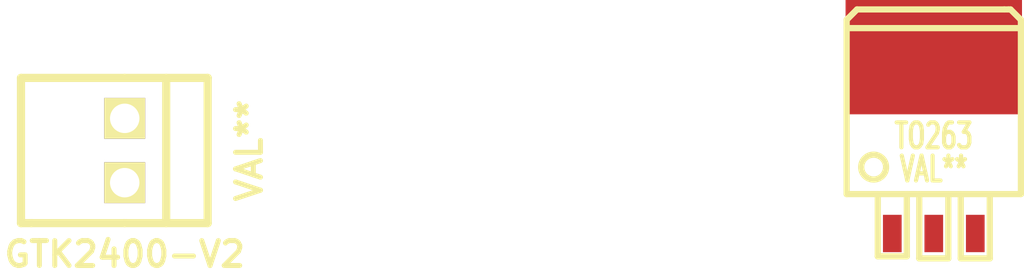
<source format=kicad_pcb>
(kicad_pcb (version 3) (host pcbnew "(2013-07-07 BZR 4022)-stable")

  (general
    (links 0)
    (no_connects 0)
    (area 0 0 0 0)
    (thickness 1.6)
    (drawings 0)
    (tracks 0)
    (zones 0)
    (modules 2)
    (nets 1)
  )

  (page A3)
  (layers
    (15 F.Cu signal)
    (0 B.Cu signal)
    (16 B.Adhes user)
    (17 F.Adhes user)
    (18 B.Paste user)
    (19 F.Paste user)
    (20 B.SilkS user)
    (21 F.SilkS user)
    (22 B.Mask user)
    (23 F.Mask user)
    (24 Dwgs.User user)
    (25 Cmts.User user)
    (26 Eco1.User user)
    (27 Eco2.User user)
    (28 Edge.Cuts user)
  )

  (setup
    (last_trace_width 0.254)
    (trace_clearance 0.254)
    (zone_clearance 0.508)
    (zone_45_only no)
    (trace_min 0.254)
    (segment_width 0.2)
    (edge_width 0.15)
    (via_size 0.889)
    (via_drill 0.635)
    (via_min_size 0.889)
    (via_min_drill 0.508)
    (uvia_size 0.508)
    (uvia_drill 0.127)
    (uvias_allowed no)
    (uvia_min_size 0.508)
    (uvia_min_drill 0.127)
    (pcb_text_width 0.3)
    (pcb_text_size 1.5 1.5)
    (mod_edge_width 0.15)
    (mod_text_size 1.5 1.5)
    (mod_text_width 0.15)
    (pad_size 2.2 2.2)
    (pad_drill 1.8)
    (pad_to_mask_clearance 0.2)
    (aux_axis_origin 0 0)
    (visible_elements FFFFFFBF)
    (pcbplotparams
      (layerselection 3178497)
      (usegerberextensions true)
      (excludeedgelayer true)
      (linewidth 0.100000)
      (plotframeref false)
      (viasonmask false)
      (mode 1)
      (useauxorigin false)
      (hpglpennumber 1)
      (hpglpenspeed 20)
      (hpglpendiameter 15)
      (hpglpenoverlay 2)
      (psnegative false)
      (psa4output false)
      (plotreference true)
      (plotvalue true)
      (plotothertext true)
      (plotinvisibletext false)
      (padsonsilk false)
      (subtractmaskfromsilk false)
      (outputformat 1)
      (mirror false)
      (drillshape 1)
      (scaleselection 1)
      (outputdirectory ""))
  )

  (net 0 "")

  (net_class Default "This is the default net class."
    (clearance 0.254)
    (trace_width 0.254)
    (via_dia 0.889)
    (via_drill 0.635)
    (uvia_dia 0.508)
    (uvia_drill 0.127)
    (add_net "")
  )

  (module GTK2400-V2 (layer F.Cu) (tedit 4CFB588F) (tstamp 525328DB)
    (at 24.13 31.75 90)
    (fp_text reference GTK2400-V2 (at -6.35 0 180) (layer F.SilkS)
      (effects (font (size 1.524 1.524) (thickness 0.3048)))
    )
    (fp_text value VAL** (at 0 7.62 90) (layer F.SilkS)
      (effects (font (size 1.524 1.524) (thickness 0.3048)))
    )
    (fp_line (start -4.445 2.54) (end 4.445 2.54) (layer F.SilkS) (width 0.50038))
    (fp_line (start -4.445 0) (end -4.445 -5.715) (layer F.SilkS) (width 0.50038))
    (fp_line (start -4.445 -5.715) (end -4.445 -6.35) (layer F.SilkS) (width 0.50038))
    (fp_line (start -4.445 -6.35) (end 4.445 -6.35) (layer F.SilkS) (width 0.50038))
    (fp_line (start 4.445 -6.35) (end 4.445 0) (layer F.SilkS) (width 0.50038))
    (fp_line (start 4.445 0) (end 4.445 5.08) (layer F.SilkS) (width 0.50038))
    (fp_line (start 4.445 5.08) (end -4.445 5.08) (layer F.SilkS) (width 0.50038))
    (fp_line (start -4.445 5.08) (end -4.445 0) (layer F.SilkS) (width 0.50038))
    (pad 2 thru_hole rect (at 1.9685 0 90) (size 2.49936 2.49936) (drill 1.80086)
      (layers *.Cu *.Mask F.SilkS)
    )
    (pad 1 thru_hole rect (at -1.9685 0 90) (size 2.49936 2.49936) (drill 1.80086)
      (layers *.Cu *.Mask F.SilkS)
    )
  )

  (module TO263 (layer F.Cu) (tedit 4FBE28C7) (tstamp 5253E275)
    (at 73.66 36.83)
    (attr smd)
    (fp_text reference TO263 (at 0 -5.969) (layer F.SilkS)
      (effects (font (size 1.524 1.016) (thickness 0.254)))
    )
    (fp_text value VAL** (at 0 -3.937) (layer F.SilkS)
      (effects (font (size 1.524 1.016) (thickness 0.254)))
    )
    (fp_line (start 1.651 -2.413) (end 1.651 1.524) (layer F.SilkS) (width 0.381))
    (fp_line (start 1.651 1.524) (end 3.429 1.524) (layer F.SilkS) (width 0.381))
    (fp_line (start 3.429 1.524) (end 3.429 -2.413) (layer F.SilkS) (width 0.381))
    (fp_line (start -0.889 -2.413) (end -0.889 1.524) (layer F.SilkS) (width 0.381))
    (fp_line (start -0.889 1.524) (end 0.889 1.524) (layer F.SilkS) (width 0.381))
    (fp_line (start 0.889 1.524) (end 0.889 -2.413) (layer F.SilkS) (width 0.381))
    (fp_line (start -3.429 -2.413) (end -3.429 1.397) (layer F.SilkS) (width 0.381))
    (fp_line (start -3.429 1.397) (end -1.778 1.397) (layer F.SilkS) (width 0.381))
    (fp_line (start -1.778 1.397) (end -1.651 1.397) (layer F.SilkS) (width 0.381))
    (fp_line (start -1.651 1.397) (end -1.651 -2.413) (layer F.SilkS) (width 0.381))
    (fp_circle (center -3.683 -4.064) (end -3.683 -3.302) (layer F.SilkS) (width 0.381))
    (fp_line (start -5.334 -2.413) (end -5.334 -13.081) (layer F.SilkS) (width 0.381))
    (fp_line (start -5.334 -13.081) (end -4.699 -13.716) (layer F.SilkS) (width 0.381))
    (fp_line (start -4.699 -13.716) (end 4.318 -13.716) (layer F.SilkS) (width 0.381))
    (fp_line (start 4.318 -13.716) (end 4.572 -13.716) (layer F.SilkS) (width 0.381))
    (fp_line (start 4.572 -13.716) (end 4.699 -13.716) (layer F.SilkS) (width 0.381))
    (fp_line (start 4.699 -13.716) (end 5.334 -13.081) (layer F.SilkS) (width 0.381))
    (fp_line (start 5.334 -13.081) (end 5.334 -2.413) (layer F.SilkS) (width 0.381))
    (fp_line (start -5.334 -2.413) (end 5.334 -2.413) (layer F.SilkS) (width 0.381))
    (fp_line (start 5.334 -12.573) (end -5.334 -12.573) (layer F.SilkS) (width 0.381))
    (pad 1 smd rect (at -2.54 0) (size 1.143 2.286)
      (layers F.Cu F.Paste F.Mask)
    )
    (pad 2 smd rect (at 0 -10.795) (size 10.80008 6.9977)
      (layers F.Cu F.Paste F.Mask)
    )
    (pad 3 smd rect (at 2.54 0) (size 1.143 2.286)
      (layers F.Cu F.Paste F.Mask)
    )
    (pad 2 smd rect (at 0 0) (size 1.143 2.286)
      (layers F.Cu F.Paste F.Mask)
    )
  )

)

</source>
